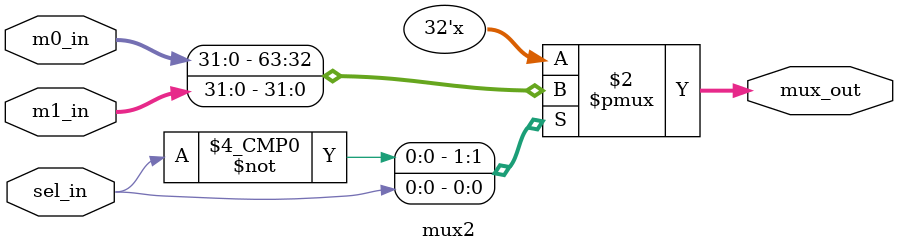
<source format=v>
`timescale 1ns/1ns

module mux2(mux_out,m0_in,m1_in,sel_in);
   parameter width=32;
   
   output [width-1:0] mux_out; //Êý¾ÝÊä³ö¶Ë¿Ú
   input  [width-1:0] m0_in;    //Êý¾ÝÊäÈë¶Ë¿Ú0
   input  [width-1:0] m1_in;    //Êý¾ÝÊäÈë¶Ë¿Ú1
   input  sel_in;               //Ñ¡Ôñ¿ØÖÆ

   reg    [width-1:0]  mux_out;
     
   always @(*)
      begin
	case(sel_in)
	'b0:mux_out = m0_in;
	'b1:mux_out = m1_in;
	default: 
	       mux_out = 'd0;
	endcase
      end
endmodule

</source>
